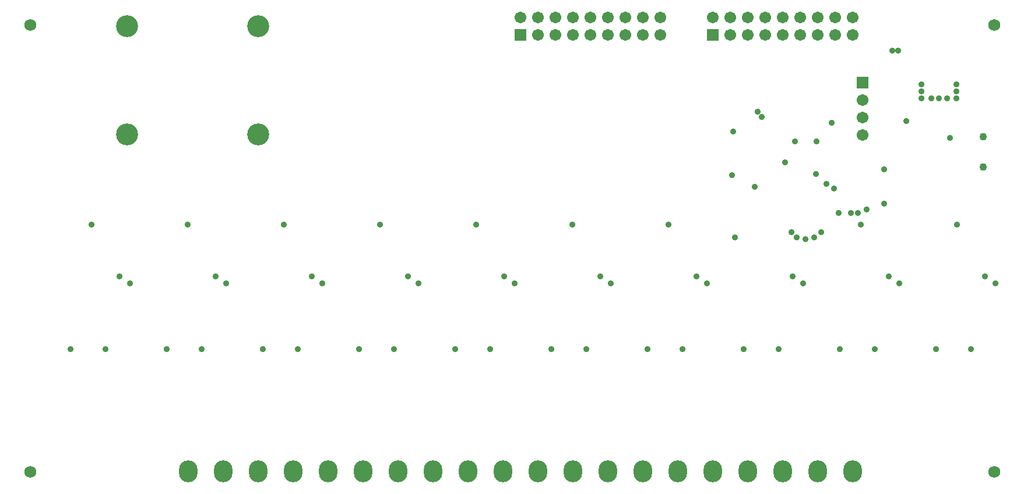
<source format=gbs>
G04 Layer_Color=8150272*
%FSAX44Y44*%
%MOMM*%
G71*
G01*
G75*
%ADD63R,1.7032X1.7032*%
%ADD64C,1.7032*%
%ADD65C,1.7272*%
%ADD66R,1.7032X1.7032*%
%ADD67C,1.1032*%
%ADD68C,3.2032*%
%ADD69O,2.7032X3.2032*%
%ADD70C,0.9032*%
D63*
X01041400Y00685800D02*
D03*
X00762000D02*
D03*
D64*
X01244600Y00711200D02*
D03*
Y00685800D02*
D03*
X01219200Y00711200D02*
D03*
Y00685800D02*
D03*
X01193800Y00711200D02*
D03*
Y00685800D02*
D03*
X01168400Y00711200D02*
D03*
Y00685800D02*
D03*
X01143000Y00711200D02*
D03*
Y00685800D02*
D03*
X01117600Y00711200D02*
D03*
Y00685800D02*
D03*
X01092200Y00711200D02*
D03*
Y00685800D02*
D03*
X01066800Y00711200D02*
D03*
Y00685800D02*
D03*
X01041400Y00711200D02*
D03*
X00965200D02*
D03*
Y00685800D02*
D03*
X00939800Y00711200D02*
D03*
Y00685800D02*
D03*
X00914400Y00711200D02*
D03*
Y00685800D02*
D03*
X00889000Y00711200D02*
D03*
Y00685800D02*
D03*
X00863600Y00711200D02*
D03*
Y00685800D02*
D03*
X00838200Y00711200D02*
D03*
Y00685800D02*
D03*
X00812800Y00711200D02*
D03*
Y00685800D02*
D03*
X00787400Y00711200D02*
D03*
Y00685800D02*
D03*
X00762000Y00711200D02*
D03*
X01258570Y00590550D02*
D03*
Y00565150D02*
D03*
Y00539750D02*
D03*
D65*
X00050000Y00700000D02*
D03*
X01450000D02*
D03*
X00050000Y00050000D02*
D03*
X01450000D02*
D03*
D66*
X01258570Y00615950D02*
D03*
D67*
X01434220Y00537110D02*
D03*
Y00493110D02*
D03*
D68*
X00190500Y00698500D02*
D03*
Y00540500D02*
D03*
X00381000Y00698500D02*
D03*
Y00540500D02*
D03*
D69*
X00787400Y00050800D02*
D03*
X00838200D02*
D03*
X00939800D02*
D03*
X00889000D02*
D03*
X01041400D02*
D03*
X00990600D02*
D03*
X01143000D02*
D03*
X01092200D02*
D03*
X01244600D02*
D03*
X01193800D02*
D03*
X00685800D02*
D03*
X00736600D02*
D03*
X00584200D02*
D03*
X00635000D02*
D03*
X00482600D02*
D03*
X00533400D02*
D03*
X00381000D02*
D03*
X00431800D02*
D03*
X00330200D02*
D03*
X00279400D02*
D03*
D70*
X01290000Y00440000D02*
D03*
Y00490000D02*
D03*
X01310640Y00662940D02*
D03*
X01301750D02*
D03*
X01322190Y00559950D02*
D03*
X01102240Y00464940D02*
D03*
X01106170Y00574040D02*
D03*
X01206500Y00468630D02*
D03*
X01073150Y00391160D02*
D03*
X00179070Y00334130D02*
D03*
X00139090Y00409720D02*
D03*
X00318770Y00334130D02*
D03*
X00278790Y00409720D02*
D03*
X00458470Y00334130D02*
D03*
X00418490Y00409720D02*
D03*
X00598170Y00334130D02*
D03*
X00558190Y00409720D02*
D03*
X00737870Y00334130D02*
D03*
X00697890Y00409720D02*
D03*
X00877570Y00334130D02*
D03*
X00837590Y00409720D02*
D03*
X01017270Y00334130D02*
D03*
X00977290Y00409720D02*
D03*
X01156970Y00334130D02*
D03*
X01296670D02*
D03*
X01256690Y00409720D02*
D03*
X01396390Y00409600D02*
D03*
X01436370Y00334010D02*
D03*
X00194310Y00323850D02*
D03*
X00334010D02*
D03*
X00473710D02*
D03*
X00613410D02*
D03*
X00753110D02*
D03*
X00892810D02*
D03*
X01032510D02*
D03*
X01172210D02*
D03*
X01311910D02*
D03*
X01451610D02*
D03*
X01264920Y00431800D02*
D03*
X01198880Y00398780D02*
D03*
X01188720Y00391160D02*
D03*
X01176020Y00388620D02*
D03*
X01163320Y00391160D02*
D03*
X01155700Y00398780D02*
D03*
X01252220Y00426720D02*
D03*
X01242060D02*
D03*
X01224280D02*
D03*
X01214000Y00557410D02*
D03*
X01217810Y00462400D02*
D03*
X01112520Y00566420D02*
D03*
X01160900Y00530980D02*
D03*
X01192170Y00530500D02*
D03*
X01190900Y00482960D02*
D03*
X01146690Y00500500D02*
D03*
X01069340Y00481330D02*
D03*
X01070610Y00544830D02*
D03*
X01386000Y00535510D02*
D03*
X01344510Y00613384D02*
D03*
Y00603224D02*
D03*
Y00593064D02*
D03*
X01358480D02*
D03*
X01369910D02*
D03*
X01381340D02*
D03*
X01395310D02*
D03*
Y00603224D02*
D03*
Y00613384D02*
D03*
X00107950Y00228600D02*
D03*
X00247650D02*
D03*
X00387350D02*
D03*
X00527050D02*
D03*
X00666750D02*
D03*
X00806450D02*
D03*
X00946150D02*
D03*
X01085850D02*
D03*
X01225550D02*
D03*
X01365250D02*
D03*
X01276350D02*
D03*
X01136650D02*
D03*
X00996950D02*
D03*
X00857250D02*
D03*
X00717550D02*
D03*
X00577850D02*
D03*
X00438150D02*
D03*
X00298450D02*
D03*
X00158750D02*
D03*
X01416050D02*
D03*
M02*

</source>
